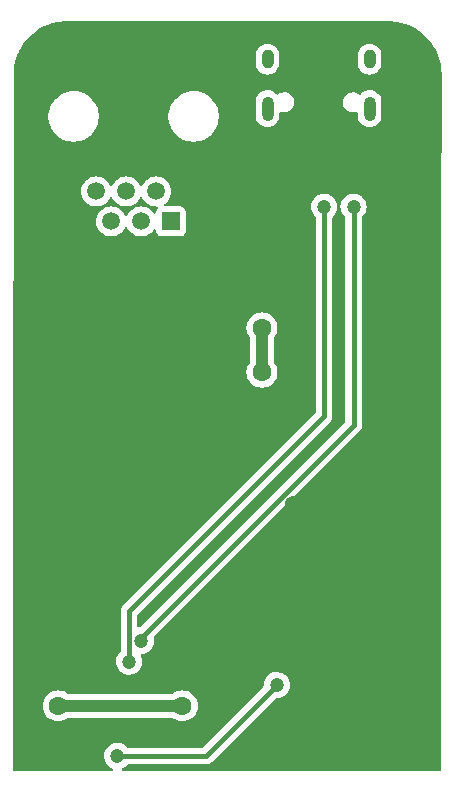
<source format=gbr>
%TF.GenerationSoftware,KiCad,Pcbnew,(6.0.11-0)*%
%TF.CreationDate,2023-12-17T12:15:40+01:00*%
%TF.ProjectId,Layblar_PCB,4c617962-6c61-4725-9f50-43422e6b6963,rev?*%
%TF.SameCoordinates,Original*%
%TF.FileFunction,Copper,L4,Bot*%
%TF.FilePolarity,Positive*%
%FSLAX46Y46*%
G04 Gerber Fmt 4.6, Leading zero omitted, Abs format (unit mm)*
G04 Created by KiCad (PCBNEW (6.0.11-0)) date 2023-12-17 12:15:40*
%MOMM*%
%LPD*%
G01*
G04 APERTURE LIST*
%TA.AperFunction,ComponentPad*%
%ADD10R,1.520000X1.520000*%
%TD*%
%TA.AperFunction,ComponentPad*%
%ADD11C,1.520000*%
%TD*%
%TA.AperFunction,ComponentPad*%
%ADD12O,1.000000X1.600000*%
%TD*%
%TA.AperFunction,ComponentPad*%
%ADD13O,1.000000X2.100000*%
%TD*%
%TA.AperFunction,ViaPad*%
%ADD14C,1.600000*%
%TD*%
%TA.AperFunction,ViaPad*%
%ADD15C,1.200000*%
%TD*%
%TA.AperFunction,Conductor*%
%ADD16C,1.000000*%
%TD*%
%TA.AperFunction,Conductor*%
%ADD17C,0.400000*%
%TD*%
G04 APERTURE END LIST*
D10*
%TO.P,J1,1*%
%TO.N,unconnected-(J1-Pad1)*%
X42057500Y-27240000D03*
D11*
%TO.P,J1,2*%
%TO.N,unconnected-(J1-Pad2)*%
X40787500Y-24700000D03*
%TO.P,J1,3*%
%TO.N,Net-(J1-Pad3)*%
X39517500Y-27240000D03*
%TO.P,J1,4*%
%TO.N,Net-(J1-Pad4)*%
X38247500Y-24700000D03*
%TO.P,J1,5*%
%TO.N,unconnected-(J1-Pad5)*%
X36977500Y-27240000D03*
%TO.P,J1,6*%
%TO.N,unconnected-(J1-Pad6)*%
X35707500Y-24700000D03*
%TD*%
D12*
%TO.P,J2,S1,SHIELD*%
%TO.N,GND*%
X58857500Y-13500000D03*
X50217500Y-13500000D03*
D13*
X58857500Y-17680000D03*
X50217500Y-17680000D03*
%TD*%
D14*
%TO.N,GND*%
X49750000Y-36250000D03*
X49750000Y-40000000D03*
X43000000Y-68250000D03*
X32500000Y-68250000D03*
D15*
%TO.N,D-*%
X57500000Y-26000000D03*
X39500000Y-62750000D03*
%TO.N,D+*%
X55000000Y-26000000D03*
X38500000Y-64500000D03*
D14*
%TO.N,+3.3V*%
X43250000Y-42500000D03*
X56750000Y-66750000D03*
X52500000Y-51250000D03*
X60750000Y-34500000D03*
X48500000Y-59750000D03*
X40500000Y-49250000D03*
D15*
%TO.N,EN*%
X37500000Y-72500000D03*
X51000000Y-66500000D03*
%TD*%
D16*
%TO.N,GND*%
X43000000Y-68250000D02*
X32500000Y-68250000D01*
X49750000Y-40000000D02*
X49750000Y-36250000D01*
D17*
%TO.N,D-*%
X57500000Y-44500000D02*
X39500000Y-62500000D01*
X57500000Y-26000000D02*
X57500000Y-44500000D01*
X39500000Y-62500000D02*
X39500000Y-62750000D01*
%TO.N,D+*%
X55000000Y-26000000D02*
X55000000Y-43750000D01*
X38500000Y-60250000D02*
X38500000Y-64500000D01*
X55000000Y-43750000D02*
X38500000Y-60250000D01*
%TO.N,EN*%
X45000000Y-72500000D02*
X51000000Y-66500000D01*
X37500000Y-72500000D02*
X45000000Y-72500000D01*
%TD*%
%TA.AperFunction,Conductor*%
%TO.N,+3.3V*%
G36*
X60434487Y-10295534D02*
G01*
X60449320Y-10297844D01*
X60449324Y-10297844D01*
X60458193Y-10299225D01*
X60478651Y-10296550D01*
X60500477Y-10295606D01*
X60850434Y-10310883D01*
X60861383Y-10311841D01*
X60987963Y-10328505D01*
X61238965Y-10361548D01*
X61249774Y-10363454D01*
X61411770Y-10399367D01*
X61621578Y-10445880D01*
X61632195Y-10448724D01*
X61862356Y-10521292D01*
X61995417Y-10563245D01*
X62005736Y-10567001D01*
X62181660Y-10639871D01*
X62357578Y-10712738D01*
X62367540Y-10717383D01*
X62705350Y-10893234D01*
X62714870Y-10898731D01*
X63036049Y-11103344D01*
X63045053Y-11109648D01*
X63347192Y-11341486D01*
X63347197Y-11341490D01*
X63355611Y-11348551D01*
X63410937Y-11399247D01*
X63636390Y-11605837D01*
X63644159Y-11613606D01*
X63787551Y-11770091D01*
X63901444Y-11894383D01*
X63908510Y-11902803D01*
X64140352Y-12204947D01*
X64146656Y-12213951D01*
X64351269Y-12535130D01*
X64356766Y-12544650D01*
X64532617Y-12882460D01*
X64537262Y-12892422D01*
X64579927Y-12995425D01*
X64644050Y-13150231D01*
X64682997Y-13244259D01*
X64686757Y-13254589D01*
X64801276Y-13617805D01*
X64804120Y-13628422D01*
X64886545Y-14000223D01*
X64888453Y-14011041D01*
X64938159Y-14388617D01*
X64939117Y-14399566D01*
X64953836Y-14736735D01*
X64954069Y-14742083D01*
X64952689Y-14766962D01*
X64950775Y-14779255D01*
X64953577Y-14800684D01*
X64954877Y-14810628D01*
X64955940Y-14827039D01*
X64947616Y-28211542D01*
X64919374Y-73624078D01*
X64899330Y-73692187D01*
X64845645Y-73738646D01*
X64793374Y-73750000D01*
X38019611Y-73750000D01*
X37951490Y-73729998D01*
X37904997Y-73676342D01*
X37894893Y-73606068D01*
X37924387Y-73541488D01*
X37958045Y-73514066D01*
X38130551Y-73417458D01*
X38287186Y-73287186D01*
X38314845Y-73253929D01*
X38373782Y-73214347D01*
X38411718Y-73208500D01*
X44971088Y-73208500D01*
X44979658Y-73208792D01*
X45029776Y-73212209D01*
X45029780Y-73212209D01*
X45037352Y-73212725D01*
X45044829Y-73211420D01*
X45044830Y-73211420D01*
X45071308Y-73206799D01*
X45100303Y-73201738D01*
X45106821Y-73200777D01*
X45170242Y-73193102D01*
X45177343Y-73190419D01*
X45179952Y-73189778D01*
X45196262Y-73185315D01*
X45198798Y-73184550D01*
X45206284Y-73183243D01*
X45264800Y-73157556D01*
X45270904Y-73155065D01*
X45323548Y-73135173D01*
X45323549Y-73135172D01*
X45330656Y-73132487D01*
X45336919Y-73128183D01*
X45339285Y-73126946D01*
X45354097Y-73118701D01*
X45356351Y-73117368D01*
X45363305Y-73114315D01*
X45414002Y-73075413D01*
X45419332Y-73071541D01*
X45465720Y-73039661D01*
X45465725Y-73039656D01*
X45471981Y-73035357D01*
X45513436Y-72988829D01*
X45518416Y-72983554D01*
X50857627Y-67644343D01*
X50919939Y-67610317D01*
X50951669Y-67607535D01*
X50989888Y-67609036D01*
X51058263Y-67611723D01*
X51259883Y-67582490D01*
X51265347Y-67580635D01*
X51265352Y-67580634D01*
X51447327Y-67518862D01*
X51447332Y-67518860D01*
X51452799Y-67517004D01*
X51630551Y-67417458D01*
X51787186Y-67287186D01*
X51917458Y-67130551D01*
X52017004Y-66952799D01*
X52018860Y-66947332D01*
X52018862Y-66947327D01*
X52080634Y-66765352D01*
X52080635Y-66765347D01*
X52082490Y-66759883D01*
X52111723Y-66558263D01*
X52113249Y-66500000D01*
X52094608Y-66297126D01*
X52039307Y-66101047D01*
X52028680Y-66079496D01*
X51951756Y-65923510D01*
X51949201Y-65918329D01*
X51930796Y-65893681D01*
X51830758Y-65759715D01*
X51830758Y-65759714D01*
X51827305Y-65755091D01*
X51677703Y-65616800D01*
X51620383Y-65580634D01*
X51510288Y-65511169D01*
X51510283Y-65511167D01*
X51505404Y-65508088D01*
X51316180Y-65432595D01*
X51116366Y-65392849D01*
X51110592Y-65392773D01*
X51110588Y-65392773D01*
X51007452Y-65391424D01*
X50912655Y-65390183D01*
X50906958Y-65391162D01*
X50906957Y-65391162D01*
X50717567Y-65423705D01*
X50711870Y-65424684D01*
X50520734Y-65495198D01*
X50515773Y-65498150D01*
X50515772Y-65498150D01*
X50377130Y-65580634D01*
X50345649Y-65599363D01*
X50192478Y-65733690D01*
X50188911Y-65738215D01*
X50188906Y-65738220D01*
X50102331Y-65848040D01*
X50066351Y-65893681D01*
X49971492Y-66073978D01*
X49911078Y-66268543D01*
X49887132Y-66470859D01*
X49887510Y-66476626D01*
X49892012Y-66545318D01*
X49876508Y-66614601D01*
X49855377Y-66642653D01*
X44743435Y-71754595D01*
X44681123Y-71788621D01*
X44654340Y-71791500D01*
X38415476Y-71791500D01*
X38347355Y-71771498D01*
X38327633Y-71754736D01*
X38327305Y-71755091D01*
X38181943Y-71620719D01*
X38181940Y-71620717D01*
X38177703Y-71616800D01*
X38131675Y-71587759D01*
X38010288Y-71511169D01*
X38010283Y-71511167D01*
X38005404Y-71508088D01*
X37816180Y-71432595D01*
X37616366Y-71392849D01*
X37610592Y-71392773D01*
X37610588Y-71392773D01*
X37507452Y-71391424D01*
X37412655Y-71390183D01*
X37406958Y-71391162D01*
X37406957Y-71391162D01*
X37217567Y-71423705D01*
X37211870Y-71424684D01*
X37020734Y-71495198D01*
X36845649Y-71599363D01*
X36692478Y-71733690D01*
X36688911Y-71738215D01*
X36688906Y-71738220D01*
X36646904Y-71791500D01*
X36566351Y-71893681D01*
X36471492Y-72073978D01*
X36411078Y-72268543D01*
X36387132Y-72470859D01*
X36400457Y-72674151D01*
X36450605Y-72871610D01*
X36535898Y-73056624D01*
X36653479Y-73222997D01*
X36799410Y-73365157D01*
X36804206Y-73368362D01*
X36804209Y-73368364D01*
X36872149Y-73413760D01*
X36968803Y-73478342D01*
X36974106Y-73480620D01*
X36974109Y-73480622D01*
X37038374Y-73508232D01*
X37093067Y-73553500D01*
X37114604Y-73621151D01*
X37096147Y-73689707D01*
X37043556Y-73737401D01*
X36988636Y-73750000D01*
X28812374Y-73750000D01*
X28744253Y-73729998D01*
X28697760Y-73676342D01*
X28686375Y-73623926D01*
X28689717Y-68250000D01*
X31186502Y-68250000D01*
X31206457Y-68478087D01*
X31265716Y-68699243D01*
X31268039Y-68704224D01*
X31268039Y-68704225D01*
X31360151Y-68901762D01*
X31360154Y-68901767D01*
X31362477Y-68906749D01*
X31493802Y-69094300D01*
X31655700Y-69256198D01*
X31660208Y-69259355D01*
X31660211Y-69259357D01*
X31738389Y-69314098D01*
X31843251Y-69387523D01*
X31848233Y-69389846D01*
X31848238Y-69389849D01*
X32045775Y-69481961D01*
X32050757Y-69484284D01*
X32056065Y-69485706D01*
X32056067Y-69485707D01*
X32266598Y-69542119D01*
X32266600Y-69542119D01*
X32271913Y-69543543D01*
X32500000Y-69563498D01*
X32728087Y-69543543D01*
X32733400Y-69542119D01*
X32733402Y-69542119D01*
X32943933Y-69485707D01*
X32943935Y-69485706D01*
X32949243Y-69484284D01*
X32954225Y-69481961D01*
X33151762Y-69389849D01*
X33151767Y-69389846D01*
X33156749Y-69387523D01*
X33308469Y-69281287D01*
X33380740Y-69258500D01*
X42119260Y-69258500D01*
X42191531Y-69281287D01*
X42343251Y-69387523D01*
X42348233Y-69389846D01*
X42348238Y-69389849D01*
X42545775Y-69481961D01*
X42550757Y-69484284D01*
X42556065Y-69485706D01*
X42556067Y-69485707D01*
X42766598Y-69542119D01*
X42766600Y-69542119D01*
X42771913Y-69543543D01*
X43000000Y-69563498D01*
X43228087Y-69543543D01*
X43233400Y-69542119D01*
X43233402Y-69542119D01*
X43443933Y-69485707D01*
X43443935Y-69485706D01*
X43449243Y-69484284D01*
X43454225Y-69481961D01*
X43651762Y-69389849D01*
X43651767Y-69389846D01*
X43656749Y-69387523D01*
X43761611Y-69314098D01*
X43839789Y-69259357D01*
X43839792Y-69259355D01*
X43844300Y-69256198D01*
X44006198Y-69094300D01*
X44137523Y-68906749D01*
X44139846Y-68901767D01*
X44139849Y-68901762D01*
X44231961Y-68704225D01*
X44231961Y-68704224D01*
X44234284Y-68699243D01*
X44293543Y-68478087D01*
X44313498Y-68250000D01*
X44293543Y-68021913D01*
X44234284Y-67800757D01*
X44231961Y-67795775D01*
X44139849Y-67598238D01*
X44139846Y-67598233D01*
X44137523Y-67593251D01*
X44006198Y-67405700D01*
X43844300Y-67243802D01*
X43839792Y-67240645D01*
X43839789Y-67240643D01*
X43761611Y-67185902D01*
X43656749Y-67112477D01*
X43651767Y-67110154D01*
X43651762Y-67110151D01*
X43454225Y-67018039D01*
X43454224Y-67018039D01*
X43449243Y-67015716D01*
X43443935Y-67014294D01*
X43443933Y-67014293D01*
X43233402Y-66957881D01*
X43233400Y-66957881D01*
X43228087Y-66956457D01*
X43000000Y-66936502D01*
X42771913Y-66956457D01*
X42766600Y-66957881D01*
X42766598Y-66957881D01*
X42556067Y-67014293D01*
X42556065Y-67014294D01*
X42550757Y-67015716D01*
X42545776Y-67018039D01*
X42545775Y-67018039D01*
X42348238Y-67110151D01*
X42348233Y-67110154D01*
X42343251Y-67112477D01*
X42200708Y-67212287D01*
X42191531Y-67218713D01*
X42119260Y-67241500D01*
X33380740Y-67241500D01*
X33308469Y-67218713D01*
X33299292Y-67212287D01*
X33156749Y-67112477D01*
X33151767Y-67110154D01*
X33151762Y-67110151D01*
X32954225Y-67018039D01*
X32954224Y-67018039D01*
X32949243Y-67015716D01*
X32943935Y-67014294D01*
X32943933Y-67014293D01*
X32733402Y-66957881D01*
X32733400Y-66957881D01*
X32728087Y-66956457D01*
X32500000Y-66936502D01*
X32271913Y-66956457D01*
X32266600Y-66957881D01*
X32266598Y-66957881D01*
X32056067Y-67014293D01*
X32056065Y-67014294D01*
X32050757Y-67015716D01*
X32045776Y-67018039D01*
X32045775Y-67018039D01*
X31848238Y-67110151D01*
X31848233Y-67110154D01*
X31843251Y-67112477D01*
X31738389Y-67185902D01*
X31660211Y-67240643D01*
X31660208Y-67240645D01*
X31655700Y-67243802D01*
X31493802Y-67405700D01*
X31362477Y-67593251D01*
X31360154Y-67598233D01*
X31360151Y-67598238D01*
X31268039Y-67795775D01*
X31265716Y-67800757D01*
X31206457Y-68021913D01*
X31186502Y-68250000D01*
X28689717Y-68250000D01*
X28692067Y-64470859D01*
X37387132Y-64470859D01*
X37400457Y-64674151D01*
X37450605Y-64871610D01*
X37535898Y-65056624D01*
X37653479Y-65222997D01*
X37799410Y-65365157D01*
X37804206Y-65368362D01*
X37804209Y-65368364D01*
X37942264Y-65460609D01*
X37968803Y-65478342D01*
X37974106Y-65480620D01*
X37974109Y-65480622D01*
X38063115Y-65518862D01*
X38155987Y-65558763D01*
X38228817Y-65575243D01*
X38349055Y-65602450D01*
X38349060Y-65602451D01*
X38354692Y-65603725D01*
X38360463Y-65603952D01*
X38360465Y-65603952D01*
X38423470Y-65606427D01*
X38558263Y-65611723D01*
X38759883Y-65582490D01*
X38765347Y-65580635D01*
X38765352Y-65580634D01*
X38947327Y-65518862D01*
X38947332Y-65518860D01*
X38952799Y-65517004D01*
X38991737Y-65495198D01*
X39099697Y-65434737D01*
X39130551Y-65417458D01*
X39287186Y-65287186D01*
X39417458Y-65130551D01*
X39517004Y-64952799D01*
X39518860Y-64947332D01*
X39518862Y-64947327D01*
X39580634Y-64765352D01*
X39580635Y-64765347D01*
X39582490Y-64759883D01*
X39611723Y-64558263D01*
X39613249Y-64500000D01*
X39594608Y-64297126D01*
X39539307Y-64101047D01*
X39536754Y-64095871D01*
X39536751Y-64095862D01*
X39507130Y-64035796D01*
X39494940Y-63965854D01*
X39522500Y-63900425D01*
X39581058Y-63860282D01*
X39602054Y-63855374D01*
X39667058Y-63845949D01*
X39754168Y-63833319D01*
X39754172Y-63833318D01*
X39759883Y-63832490D01*
X39765347Y-63830635D01*
X39765352Y-63830634D01*
X39947327Y-63768862D01*
X39947332Y-63768860D01*
X39952799Y-63767004D01*
X40130551Y-63667458D01*
X40287186Y-63537186D01*
X40417458Y-63380551D01*
X40517004Y-63202799D01*
X40518860Y-63197332D01*
X40518862Y-63197327D01*
X40580634Y-63015352D01*
X40580635Y-63015347D01*
X40582490Y-63009883D01*
X40611723Y-62808263D01*
X40613249Y-62750000D01*
X40594608Y-62547126D01*
X40583907Y-62509184D01*
X40584668Y-62438191D01*
X40616082Y-62385888D01*
X57980528Y-45021443D01*
X57986793Y-45015589D01*
X58024664Y-44982552D01*
X58024665Y-44982551D01*
X58030385Y-44977561D01*
X58067136Y-44925271D01*
X58071028Y-44920029D01*
X58110476Y-44869718D01*
X58113600Y-44862799D01*
X58114988Y-44860507D01*
X58123357Y-44845835D01*
X58124622Y-44843475D01*
X58128990Y-44837261D01*
X58152203Y-44777723D01*
X58154759Y-44771642D01*
X58177918Y-44720352D01*
X58181045Y-44713427D01*
X58182430Y-44705954D01*
X58183234Y-44703388D01*
X58187855Y-44687165D01*
X58188520Y-44684573D01*
X58191282Y-44677491D01*
X58199622Y-44614139D01*
X58200654Y-44607623D01*
X58210911Y-44552281D01*
X58212295Y-44544814D01*
X58208709Y-44482620D01*
X58208500Y-44475367D01*
X58208500Y-26911718D01*
X58228502Y-26843597D01*
X58253928Y-26814846D01*
X58287186Y-26787186D01*
X58417458Y-26630551D01*
X58517004Y-26452799D01*
X58518860Y-26447332D01*
X58518862Y-26447327D01*
X58580634Y-26265352D01*
X58580635Y-26265347D01*
X58582490Y-26259883D01*
X58611723Y-26058263D01*
X58613249Y-26000000D01*
X58597405Y-25827568D01*
X58595137Y-25802880D01*
X58595136Y-25802877D01*
X58594608Y-25797126D01*
X58539307Y-25601047D01*
X58528680Y-25579496D01*
X58451756Y-25423510D01*
X58449201Y-25418329D01*
X58430796Y-25393681D01*
X58330758Y-25259715D01*
X58330758Y-25259714D01*
X58327305Y-25255091D01*
X58203333Y-25140492D01*
X58181943Y-25120719D01*
X58181940Y-25120717D01*
X58177703Y-25116800D01*
X58131675Y-25087759D01*
X58010288Y-25011169D01*
X58010283Y-25011167D01*
X58005404Y-25008088D01*
X57816180Y-24932595D01*
X57616366Y-24892849D01*
X57610592Y-24892773D01*
X57610588Y-24892773D01*
X57507452Y-24891424D01*
X57412655Y-24890183D01*
X57406958Y-24891162D01*
X57406957Y-24891162D01*
X57264538Y-24915634D01*
X57211870Y-24924684D01*
X57020734Y-24995198D01*
X56845649Y-25099363D01*
X56692478Y-25233690D01*
X56688911Y-25238215D01*
X56688906Y-25238220D01*
X56615225Y-25331685D01*
X56566351Y-25393681D01*
X56471492Y-25573978D01*
X56411078Y-25768543D01*
X56387132Y-25970859D01*
X56400457Y-26174151D01*
X56450605Y-26371610D01*
X56535898Y-26556624D01*
X56653479Y-26722997D01*
X56657613Y-26727024D01*
X56753422Y-26820357D01*
X56788259Y-26882218D01*
X56791500Y-26910611D01*
X56791500Y-44154340D01*
X56771498Y-44222461D01*
X56754595Y-44243435D01*
X39423595Y-61574435D01*
X39361283Y-61608461D01*
X39290468Y-61603396D01*
X39233632Y-61560849D01*
X39208821Y-61494329D01*
X39208500Y-61485340D01*
X39208500Y-60595660D01*
X39228502Y-60527539D01*
X39245405Y-60506565D01*
X55480520Y-44271450D01*
X55486785Y-44265596D01*
X55524660Y-44232555D01*
X55530385Y-44227561D01*
X55567114Y-44175300D01*
X55571046Y-44170005D01*
X55605791Y-44125694D01*
X55610477Y-44119718D01*
X55613602Y-44112796D01*
X55614964Y-44110548D01*
X55623368Y-44095815D01*
X55624622Y-44093476D01*
X55628990Y-44087261D01*
X55631749Y-44080185D01*
X55631751Y-44080181D01*
X55652200Y-44027731D01*
X55654749Y-44021666D01*
X55681045Y-43963427D01*
X55682429Y-43955962D01*
X55683226Y-43953418D01*
X55687859Y-43937152D01*
X55688521Y-43934572D01*
X55691282Y-43927491D01*
X55699622Y-43864143D01*
X55700653Y-43857629D01*
X55712296Y-43794813D01*
X55708709Y-43732607D01*
X55708500Y-43725353D01*
X55708500Y-26911718D01*
X55728502Y-26843597D01*
X55753928Y-26814846D01*
X55787186Y-26787186D01*
X55917458Y-26630551D01*
X56017004Y-26452799D01*
X56018860Y-26447332D01*
X56018862Y-26447327D01*
X56080634Y-26265352D01*
X56080635Y-26265347D01*
X56082490Y-26259883D01*
X56111723Y-26058263D01*
X56113249Y-26000000D01*
X56097405Y-25827568D01*
X56095137Y-25802880D01*
X56095136Y-25802877D01*
X56094608Y-25797126D01*
X56039307Y-25601047D01*
X56028680Y-25579496D01*
X55951756Y-25423510D01*
X55949201Y-25418329D01*
X55930796Y-25393681D01*
X55830758Y-25259715D01*
X55830758Y-25259714D01*
X55827305Y-25255091D01*
X55703333Y-25140492D01*
X55681943Y-25120719D01*
X55681940Y-25120717D01*
X55677703Y-25116800D01*
X55631675Y-25087759D01*
X55510288Y-25011169D01*
X55510283Y-25011167D01*
X55505404Y-25008088D01*
X55316180Y-24932595D01*
X55116366Y-24892849D01*
X55110592Y-24892773D01*
X55110588Y-24892773D01*
X55007452Y-24891424D01*
X54912655Y-24890183D01*
X54906958Y-24891162D01*
X54906957Y-24891162D01*
X54764538Y-24915634D01*
X54711870Y-24924684D01*
X54520734Y-24995198D01*
X54345649Y-25099363D01*
X54192478Y-25233690D01*
X54188911Y-25238215D01*
X54188906Y-25238220D01*
X54115225Y-25331685D01*
X54066351Y-25393681D01*
X53971492Y-25573978D01*
X53911078Y-25768543D01*
X53887132Y-25970859D01*
X53900457Y-26174151D01*
X53950605Y-26371610D01*
X54035898Y-26556624D01*
X54153479Y-26722997D01*
X54157613Y-26727024D01*
X54253422Y-26820357D01*
X54288259Y-26882218D01*
X54291500Y-26910611D01*
X54291500Y-43404340D01*
X54271498Y-43472461D01*
X54254595Y-43493435D01*
X38019480Y-59728550D01*
X38013215Y-59734404D01*
X37969615Y-59772439D01*
X37965248Y-59778653D01*
X37932872Y-59824719D01*
X37928939Y-59830014D01*
X37889524Y-59880282D01*
X37886401Y-59887198D01*
X37885017Y-59889484D01*
X37876643Y-59904165D01*
X37875378Y-59906525D01*
X37871010Y-59912739D01*
X37868250Y-59919818D01*
X37868249Y-59919820D01*
X37847798Y-59972275D01*
X37845247Y-59978344D01*
X37818955Y-60036573D01*
X37817571Y-60044040D01*
X37816770Y-60046595D01*
X37812141Y-60062848D01*
X37811478Y-60065428D01*
X37808718Y-60072509D01*
X37807727Y-60080040D01*
X37807726Y-60080042D01*
X37800379Y-60135852D01*
X37799348Y-60142359D01*
X37787704Y-60205186D01*
X37788141Y-60212766D01*
X37788141Y-60212767D01*
X37791291Y-60267392D01*
X37791500Y-60274646D01*
X37791500Y-63589760D01*
X37771498Y-63657881D01*
X37748577Y-63684492D01*
X37696824Y-63729878D01*
X37696820Y-63729882D01*
X37692478Y-63733690D01*
X37566351Y-63893681D01*
X37563662Y-63898792D01*
X37563660Y-63898795D01*
X37553383Y-63918329D01*
X37471492Y-64073978D01*
X37411078Y-64268543D01*
X37387132Y-64470859D01*
X28692067Y-64470859D01*
X28707286Y-40000000D01*
X48436502Y-40000000D01*
X48456457Y-40228087D01*
X48515716Y-40449243D01*
X48518039Y-40454224D01*
X48518039Y-40454225D01*
X48610151Y-40651762D01*
X48610154Y-40651767D01*
X48612477Y-40656749D01*
X48743802Y-40844300D01*
X48905700Y-41006198D01*
X48910208Y-41009355D01*
X48910211Y-41009357D01*
X48988389Y-41064098D01*
X49093251Y-41137523D01*
X49098233Y-41139846D01*
X49098238Y-41139849D01*
X49295775Y-41231961D01*
X49300757Y-41234284D01*
X49306065Y-41235706D01*
X49306067Y-41235707D01*
X49516598Y-41292119D01*
X49516600Y-41292119D01*
X49521913Y-41293543D01*
X49750000Y-41313498D01*
X49978087Y-41293543D01*
X49983400Y-41292119D01*
X49983402Y-41292119D01*
X50193933Y-41235707D01*
X50193935Y-41235706D01*
X50199243Y-41234284D01*
X50204225Y-41231961D01*
X50401762Y-41139849D01*
X50401767Y-41139846D01*
X50406749Y-41137523D01*
X50511611Y-41064098D01*
X50589789Y-41009357D01*
X50589792Y-41009355D01*
X50594300Y-41006198D01*
X50756198Y-40844300D01*
X50887523Y-40656749D01*
X50889846Y-40651767D01*
X50889849Y-40651762D01*
X50981961Y-40454225D01*
X50981961Y-40454224D01*
X50984284Y-40449243D01*
X51043543Y-40228087D01*
X51063498Y-40000000D01*
X51043543Y-39771913D01*
X50984284Y-39550757D01*
X50981961Y-39545775D01*
X50889849Y-39348238D01*
X50889846Y-39348233D01*
X50887523Y-39343251D01*
X50781287Y-39191531D01*
X50758500Y-39119260D01*
X50758500Y-37130740D01*
X50781287Y-37058469D01*
X50884366Y-36911257D01*
X50887523Y-36906749D01*
X50889846Y-36901767D01*
X50889849Y-36901762D01*
X50981961Y-36704225D01*
X50981961Y-36704224D01*
X50984284Y-36699243D01*
X51043543Y-36478087D01*
X51063498Y-36250000D01*
X51043543Y-36021913D01*
X50984284Y-35800757D01*
X50981961Y-35795775D01*
X50889849Y-35598238D01*
X50889846Y-35598233D01*
X50887523Y-35593251D01*
X50756198Y-35405700D01*
X50594300Y-35243802D01*
X50589792Y-35240645D01*
X50589789Y-35240643D01*
X50511611Y-35185902D01*
X50406749Y-35112477D01*
X50401767Y-35110154D01*
X50401762Y-35110151D01*
X50204225Y-35018039D01*
X50204224Y-35018039D01*
X50199243Y-35015716D01*
X50193935Y-35014294D01*
X50193933Y-35014293D01*
X49983402Y-34957881D01*
X49983400Y-34957881D01*
X49978087Y-34956457D01*
X49750000Y-34936502D01*
X49521913Y-34956457D01*
X49516600Y-34957881D01*
X49516598Y-34957881D01*
X49306067Y-35014293D01*
X49306065Y-35014294D01*
X49300757Y-35015716D01*
X49295776Y-35018039D01*
X49295775Y-35018039D01*
X49098238Y-35110151D01*
X49098233Y-35110154D01*
X49093251Y-35112477D01*
X48988389Y-35185902D01*
X48910211Y-35240643D01*
X48910208Y-35240645D01*
X48905700Y-35243802D01*
X48743802Y-35405700D01*
X48612477Y-35593251D01*
X48610154Y-35598233D01*
X48610151Y-35598238D01*
X48518039Y-35795775D01*
X48515716Y-35800757D01*
X48456457Y-36021913D01*
X48436502Y-36250000D01*
X48456457Y-36478087D01*
X48515716Y-36699243D01*
X48518039Y-36704224D01*
X48518039Y-36704225D01*
X48610151Y-36901762D01*
X48610154Y-36901767D01*
X48612477Y-36906749D01*
X48615634Y-36911257D01*
X48718713Y-37058469D01*
X48741500Y-37130740D01*
X48741500Y-39119260D01*
X48718713Y-39191531D01*
X48612477Y-39343251D01*
X48610154Y-39348233D01*
X48610151Y-39348238D01*
X48518039Y-39545775D01*
X48515716Y-39550757D01*
X48456457Y-39771913D01*
X48436502Y-40000000D01*
X28707286Y-40000000D01*
X28716801Y-24700000D01*
X34434155Y-24700000D01*
X34453500Y-24921114D01*
X34454924Y-24926427D01*
X34454924Y-24926429D01*
X34505934Y-25116800D01*
X34510947Y-25135510D01*
X34513269Y-25140490D01*
X34513270Y-25140492D01*
X34602425Y-25331685D01*
X34602428Y-25331690D01*
X34604751Y-25336672D01*
X34607907Y-25341179D01*
X34607908Y-25341181D01*
X34661928Y-25418329D01*
X34732061Y-25518490D01*
X34889010Y-25675439D01*
X34893518Y-25678596D01*
X34893521Y-25678598D01*
X34969187Y-25731580D01*
X35070827Y-25802749D01*
X35075809Y-25805072D01*
X35075814Y-25805075D01*
X35124051Y-25827568D01*
X35271990Y-25896553D01*
X35277298Y-25897975D01*
X35277300Y-25897976D01*
X35481071Y-25952576D01*
X35481073Y-25952576D01*
X35486386Y-25954000D01*
X35707500Y-25973345D01*
X35928614Y-25954000D01*
X35933927Y-25952576D01*
X35933929Y-25952576D01*
X36137700Y-25897976D01*
X36137702Y-25897975D01*
X36143010Y-25896553D01*
X36290949Y-25827568D01*
X36339186Y-25805075D01*
X36339191Y-25805072D01*
X36344173Y-25802749D01*
X36445813Y-25731580D01*
X36521479Y-25678598D01*
X36521482Y-25678596D01*
X36525990Y-25675439D01*
X36682939Y-25518490D01*
X36753073Y-25418329D01*
X36807092Y-25341181D01*
X36807093Y-25341179D01*
X36810249Y-25336672D01*
X36812572Y-25331690D01*
X36812575Y-25331685D01*
X36863305Y-25222894D01*
X36910223Y-25169609D01*
X36978500Y-25150148D01*
X37046460Y-25170690D01*
X37091695Y-25222894D01*
X37142425Y-25331685D01*
X37142428Y-25331690D01*
X37144751Y-25336672D01*
X37147907Y-25341179D01*
X37147908Y-25341181D01*
X37201928Y-25418329D01*
X37272061Y-25518490D01*
X37429010Y-25675439D01*
X37433518Y-25678596D01*
X37433521Y-25678598D01*
X37509187Y-25731580D01*
X37610827Y-25802749D01*
X37615809Y-25805072D01*
X37615814Y-25805075D01*
X37664051Y-25827568D01*
X37811990Y-25896553D01*
X37817298Y-25897975D01*
X37817300Y-25897976D01*
X38021071Y-25952576D01*
X38021073Y-25952576D01*
X38026386Y-25954000D01*
X38247500Y-25973345D01*
X38468614Y-25954000D01*
X38473927Y-25952576D01*
X38473929Y-25952576D01*
X38677700Y-25897976D01*
X38677702Y-25897975D01*
X38683010Y-25896553D01*
X38830949Y-25827568D01*
X38879186Y-25805075D01*
X38879191Y-25805072D01*
X38884173Y-25802749D01*
X38985813Y-25731580D01*
X39061479Y-25678598D01*
X39061482Y-25678596D01*
X39065990Y-25675439D01*
X39222939Y-25518490D01*
X39293073Y-25418329D01*
X39347092Y-25341181D01*
X39347093Y-25341179D01*
X39350249Y-25336672D01*
X39352572Y-25331690D01*
X39352575Y-25331685D01*
X39403305Y-25222894D01*
X39450223Y-25169609D01*
X39518500Y-25150148D01*
X39586460Y-25170690D01*
X39631695Y-25222894D01*
X39682425Y-25331685D01*
X39682428Y-25331690D01*
X39684751Y-25336672D01*
X39687907Y-25341179D01*
X39687908Y-25341181D01*
X39741928Y-25418329D01*
X39812061Y-25518490D01*
X39969010Y-25675439D01*
X39973518Y-25678596D01*
X39973521Y-25678598D01*
X40049187Y-25731580D01*
X40150827Y-25802749D01*
X40155809Y-25805072D01*
X40155814Y-25805075D01*
X40204051Y-25827568D01*
X40351990Y-25896553D01*
X40357298Y-25897975D01*
X40357300Y-25897976D01*
X40561071Y-25952576D01*
X40561073Y-25952576D01*
X40566386Y-25954000D01*
X40781444Y-25972815D01*
X40782025Y-25972866D01*
X40787500Y-25973345D01*
X40790818Y-25973055D01*
X40858296Y-25992868D01*
X40904789Y-26046524D01*
X40914893Y-26116798D01*
X40891001Y-26174431D01*
X40852271Y-26226108D01*
X40852270Y-26226110D01*
X40846885Y-26233295D01*
X40795755Y-26369684D01*
X40789000Y-26431866D01*
X40789000Y-26444708D01*
X40768998Y-26512829D01*
X40715342Y-26559322D01*
X40645068Y-26569426D01*
X40580488Y-26539932D01*
X40559787Y-26516979D01*
X40496098Y-26426021D01*
X40496096Y-26426018D01*
X40492939Y-26421510D01*
X40335990Y-26264561D01*
X40331482Y-26261404D01*
X40331479Y-26261402D01*
X40207271Y-26174431D01*
X40154173Y-26137251D01*
X40149191Y-26134928D01*
X40149186Y-26134925D01*
X39957992Y-26045770D01*
X39957991Y-26045769D01*
X39953010Y-26043447D01*
X39947702Y-26042025D01*
X39947700Y-26042024D01*
X39743929Y-25987424D01*
X39743927Y-25987424D01*
X39738614Y-25986000D01*
X39517500Y-25966655D01*
X39296386Y-25986000D01*
X39291073Y-25987424D01*
X39291071Y-25987424D01*
X39087300Y-26042024D01*
X39087298Y-26042025D01*
X39081990Y-26043447D01*
X39077010Y-26045769D01*
X39077008Y-26045770D01*
X38885815Y-26134925D01*
X38885810Y-26134928D01*
X38880828Y-26137251D01*
X38876321Y-26140407D01*
X38876319Y-26140408D01*
X38703521Y-26261402D01*
X38703518Y-26261404D01*
X38699010Y-26264561D01*
X38542061Y-26421510D01*
X38538904Y-26426018D01*
X38538902Y-26426021D01*
X38520152Y-26452799D01*
X38414751Y-26603328D01*
X38412428Y-26608310D01*
X38412425Y-26608315D01*
X38361695Y-26717106D01*
X38314777Y-26770391D01*
X38246500Y-26789852D01*
X38178540Y-26769310D01*
X38133305Y-26717106D01*
X38082575Y-26608315D01*
X38082572Y-26608310D01*
X38080249Y-26603328D01*
X37974848Y-26452799D01*
X37956098Y-26426021D01*
X37956096Y-26426018D01*
X37952939Y-26421510D01*
X37795990Y-26264561D01*
X37791482Y-26261404D01*
X37791479Y-26261402D01*
X37667271Y-26174431D01*
X37614173Y-26137251D01*
X37609191Y-26134928D01*
X37609186Y-26134925D01*
X37417992Y-26045770D01*
X37417991Y-26045769D01*
X37413010Y-26043447D01*
X37407702Y-26042025D01*
X37407700Y-26042024D01*
X37203929Y-25987424D01*
X37203927Y-25987424D01*
X37198614Y-25986000D01*
X36977500Y-25966655D01*
X36756386Y-25986000D01*
X36751073Y-25987424D01*
X36751071Y-25987424D01*
X36547300Y-26042024D01*
X36547298Y-26042025D01*
X36541990Y-26043447D01*
X36537010Y-26045769D01*
X36537008Y-26045770D01*
X36345815Y-26134925D01*
X36345810Y-26134928D01*
X36340828Y-26137251D01*
X36336321Y-26140407D01*
X36336319Y-26140408D01*
X36163521Y-26261402D01*
X36163518Y-26261404D01*
X36159010Y-26264561D01*
X36002061Y-26421510D01*
X35998904Y-26426018D01*
X35998902Y-26426021D01*
X35980152Y-26452799D01*
X35874751Y-26603328D01*
X35872428Y-26608310D01*
X35872425Y-26608315D01*
X35789016Y-26787186D01*
X35780947Y-26804490D01*
X35779525Y-26809798D01*
X35779524Y-26809800D01*
X35766756Y-26857451D01*
X35723500Y-27018886D01*
X35704155Y-27240000D01*
X35723500Y-27461114D01*
X35780947Y-27675510D01*
X35783269Y-27680490D01*
X35783270Y-27680492D01*
X35872425Y-27871685D01*
X35872428Y-27871690D01*
X35874751Y-27876672D01*
X35877907Y-27881179D01*
X35877908Y-27881181D01*
X35994810Y-28048134D01*
X36002061Y-28058490D01*
X36159010Y-28215439D01*
X36163518Y-28218596D01*
X36163521Y-28218598D01*
X36203662Y-28246705D01*
X36340827Y-28342749D01*
X36345809Y-28345072D01*
X36345814Y-28345075D01*
X36537008Y-28434230D01*
X36541990Y-28436553D01*
X36547298Y-28437975D01*
X36547300Y-28437976D01*
X36751071Y-28492576D01*
X36751073Y-28492576D01*
X36756386Y-28494000D01*
X36977500Y-28513345D01*
X37198614Y-28494000D01*
X37203927Y-28492576D01*
X37203929Y-28492576D01*
X37407700Y-28437976D01*
X37407702Y-28437975D01*
X37413010Y-28436553D01*
X37417992Y-28434230D01*
X37609186Y-28345075D01*
X37609191Y-28345072D01*
X37614173Y-28342749D01*
X37751338Y-28246705D01*
X37791479Y-28218598D01*
X37791482Y-28218596D01*
X37795990Y-28215439D01*
X37952939Y-28058490D01*
X37960191Y-28048134D01*
X38077092Y-27881181D01*
X38077093Y-27881179D01*
X38080249Y-27876672D01*
X38082572Y-27871690D01*
X38082575Y-27871685D01*
X38133305Y-27762894D01*
X38180223Y-27709609D01*
X38248500Y-27690148D01*
X38316460Y-27710690D01*
X38361695Y-27762894D01*
X38412425Y-27871685D01*
X38412428Y-27871690D01*
X38414751Y-27876672D01*
X38417907Y-27881179D01*
X38417908Y-27881181D01*
X38534810Y-28048134D01*
X38542061Y-28058490D01*
X38699010Y-28215439D01*
X38703518Y-28218596D01*
X38703521Y-28218598D01*
X38743662Y-28246705D01*
X38880827Y-28342749D01*
X38885809Y-28345072D01*
X38885814Y-28345075D01*
X39077008Y-28434230D01*
X39081990Y-28436553D01*
X39087298Y-28437975D01*
X39087300Y-28437976D01*
X39291071Y-28492576D01*
X39291073Y-28492576D01*
X39296386Y-28494000D01*
X39517500Y-28513345D01*
X39738614Y-28494000D01*
X39743927Y-28492576D01*
X39743929Y-28492576D01*
X39947700Y-28437976D01*
X39947702Y-28437975D01*
X39953010Y-28436553D01*
X39957992Y-28434230D01*
X40149186Y-28345075D01*
X40149191Y-28345072D01*
X40154173Y-28342749D01*
X40291338Y-28246705D01*
X40331479Y-28218598D01*
X40331482Y-28218596D01*
X40335990Y-28215439D01*
X40492939Y-28058490D01*
X40500191Y-28048134D01*
X40559787Y-27963021D01*
X40615244Y-27918693D01*
X40685863Y-27911384D01*
X40749224Y-27943415D01*
X40785209Y-28004616D01*
X40789000Y-28035292D01*
X40789000Y-28048134D01*
X40795755Y-28110316D01*
X40846885Y-28246705D01*
X40934239Y-28363261D01*
X41050795Y-28450615D01*
X41187184Y-28501745D01*
X41249366Y-28508500D01*
X42865634Y-28508500D01*
X42927816Y-28501745D01*
X43064205Y-28450615D01*
X43180761Y-28363261D01*
X43268115Y-28246705D01*
X43319245Y-28110316D01*
X43326000Y-28048134D01*
X43326000Y-26431866D01*
X43319245Y-26369684D01*
X43268115Y-26233295D01*
X43180761Y-26116739D01*
X43064205Y-26029385D01*
X42927816Y-25978255D01*
X42865634Y-25971500D01*
X41582792Y-25971500D01*
X41514671Y-25951498D01*
X41468178Y-25897842D01*
X41458074Y-25827568D01*
X41487568Y-25762988D01*
X41510521Y-25742287D01*
X41601479Y-25678598D01*
X41601482Y-25678596D01*
X41605990Y-25675439D01*
X41762939Y-25518490D01*
X41833073Y-25418329D01*
X41887092Y-25341181D01*
X41887093Y-25341179D01*
X41890249Y-25336672D01*
X41892572Y-25331690D01*
X41892575Y-25331685D01*
X41981730Y-25140492D01*
X41981731Y-25140490D01*
X41984053Y-25135510D01*
X41989067Y-25116800D01*
X42040076Y-24926429D01*
X42040076Y-24926427D01*
X42041500Y-24921114D01*
X42060845Y-24700000D01*
X42041500Y-24478886D01*
X41984053Y-24264490D01*
X41943305Y-24177106D01*
X41892575Y-24068315D01*
X41892572Y-24068310D01*
X41890249Y-24063328D01*
X41762939Y-23881510D01*
X41605990Y-23724561D01*
X41601482Y-23721404D01*
X41601479Y-23721402D01*
X41525813Y-23668420D01*
X41424173Y-23597251D01*
X41419191Y-23594928D01*
X41419186Y-23594925D01*
X41227992Y-23505770D01*
X41227991Y-23505769D01*
X41223010Y-23503447D01*
X41217702Y-23502025D01*
X41217700Y-23502024D01*
X41013929Y-23447424D01*
X41013927Y-23447424D01*
X41008614Y-23446000D01*
X40787500Y-23426655D01*
X40566386Y-23446000D01*
X40561073Y-23447424D01*
X40561071Y-23447424D01*
X40357300Y-23502024D01*
X40357298Y-23502025D01*
X40351990Y-23503447D01*
X40347010Y-23505769D01*
X40347008Y-23505770D01*
X40155815Y-23594925D01*
X40155810Y-23594928D01*
X40150828Y-23597251D01*
X40146321Y-23600407D01*
X40146319Y-23600408D01*
X39973521Y-23721402D01*
X39973518Y-23721404D01*
X39969010Y-23724561D01*
X39812061Y-23881510D01*
X39684751Y-24063328D01*
X39682428Y-24068310D01*
X39682425Y-24068315D01*
X39631695Y-24177106D01*
X39584777Y-24230391D01*
X39516500Y-24249852D01*
X39448540Y-24229310D01*
X39403305Y-24177106D01*
X39352575Y-24068315D01*
X39352572Y-24068310D01*
X39350249Y-24063328D01*
X39222939Y-23881510D01*
X39065990Y-23724561D01*
X39061482Y-23721404D01*
X39061479Y-23721402D01*
X38985813Y-23668420D01*
X38884173Y-23597251D01*
X38879191Y-23594928D01*
X38879186Y-23594925D01*
X38687992Y-23505770D01*
X38687991Y-23505769D01*
X38683010Y-23503447D01*
X38677702Y-23502025D01*
X38677700Y-23502024D01*
X38473929Y-23447424D01*
X38473927Y-23447424D01*
X38468614Y-23446000D01*
X38247500Y-23426655D01*
X38026386Y-23446000D01*
X38021073Y-23447424D01*
X38021071Y-23447424D01*
X37817300Y-23502024D01*
X37817298Y-23502025D01*
X37811990Y-23503447D01*
X37807010Y-23505769D01*
X37807008Y-23505770D01*
X37615815Y-23594925D01*
X37615810Y-23594928D01*
X37610828Y-23597251D01*
X37606321Y-23600407D01*
X37606319Y-23600408D01*
X37433521Y-23721402D01*
X37433518Y-23721404D01*
X37429010Y-23724561D01*
X37272061Y-23881510D01*
X37144751Y-24063328D01*
X37142428Y-24068310D01*
X37142425Y-24068315D01*
X37091695Y-24177106D01*
X37044777Y-24230391D01*
X36976500Y-24249852D01*
X36908540Y-24229310D01*
X36863305Y-24177106D01*
X36812575Y-24068315D01*
X36812572Y-24068310D01*
X36810249Y-24063328D01*
X36682939Y-23881510D01*
X36525990Y-23724561D01*
X36521482Y-23721404D01*
X36521479Y-23721402D01*
X36445813Y-23668420D01*
X36344173Y-23597251D01*
X36339191Y-23594928D01*
X36339186Y-23594925D01*
X36147992Y-23505770D01*
X36147991Y-23505769D01*
X36143010Y-23503447D01*
X36137702Y-23502025D01*
X36137700Y-23502024D01*
X35933929Y-23447424D01*
X35933927Y-23447424D01*
X35928614Y-23446000D01*
X35707500Y-23426655D01*
X35486386Y-23446000D01*
X35481073Y-23447424D01*
X35481071Y-23447424D01*
X35277300Y-23502024D01*
X35277298Y-23502025D01*
X35271990Y-23503447D01*
X35267010Y-23505769D01*
X35267008Y-23505770D01*
X35075815Y-23594925D01*
X35075810Y-23594928D01*
X35070828Y-23597251D01*
X35066321Y-23600407D01*
X35066319Y-23600408D01*
X34893521Y-23721402D01*
X34893518Y-23721404D01*
X34889010Y-23724561D01*
X34732061Y-23881510D01*
X34604751Y-24063328D01*
X34602428Y-24068310D01*
X34602425Y-24068315D01*
X34551695Y-24177106D01*
X34510947Y-24264490D01*
X34453500Y-24478886D01*
X34434155Y-24700000D01*
X28716801Y-24700000D01*
X28720667Y-18484277D01*
X31673235Y-18484277D01*
X31711205Y-18772687D01*
X31712338Y-18776827D01*
X31712338Y-18776829D01*
X31716042Y-18790368D01*
X31787965Y-19053276D01*
X31789649Y-19057224D01*
X31869041Y-19243355D01*
X31902096Y-19320852D01*
X32051485Y-19570462D01*
X32054169Y-19573813D01*
X32054171Y-19573815D01*
X32068822Y-19592102D01*
X32233367Y-19797489D01*
X32444378Y-19997731D01*
X32680613Y-20167483D01*
X32937700Y-20303603D01*
X32941723Y-20305075D01*
X32941727Y-20305077D01*
X32966209Y-20314036D01*
X33210882Y-20403574D01*
X33495104Y-20465544D01*
X33524150Y-20467830D01*
X33720797Y-20483307D01*
X33720804Y-20483307D01*
X33723253Y-20483500D01*
X33880621Y-20483500D01*
X33882757Y-20483354D01*
X33882768Y-20483354D01*
X34093449Y-20468991D01*
X34093455Y-20468990D01*
X34097726Y-20468699D01*
X34101921Y-20467830D01*
X34101923Y-20467830D01*
X34240154Y-20439204D01*
X34382581Y-20409709D01*
X34656795Y-20312605D01*
X34915293Y-20179184D01*
X34918794Y-20176723D01*
X34918798Y-20176721D01*
X35034292Y-20095550D01*
X35153292Y-20011915D01*
X35366388Y-19813894D01*
X35377395Y-19800447D01*
X35547923Y-19592102D01*
X35550639Y-19588784D01*
X35702633Y-19340752D01*
X35711369Y-19320852D01*
X35777004Y-19171330D01*
X35819559Y-19074386D01*
X35820772Y-19070130D01*
X35853843Y-18954032D01*
X35899254Y-18794616D01*
X35901786Y-18776829D01*
X35939637Y-18510870D01*
X35940242Y-18506619D01*
X35940359Y-18484277D01*
X41833235Y-18484277D01*
X41871205Y-18772687D01*
X41872338Y-18776827D01*
X41872338Y-18776829D01*
X41876042Y-18790368D01*
X41947965Y-19053276D01*
X41949649Y-19057224D01*
X42029041Y-19243355D01*
X42062096Y-19320852D01*
X42211485Y-19570462D01*
X42214169Y-19573813D01*
X42214171Y-19573815D01*
X42228822Y-19592102D01*
X42393367Y-19797489D01*
X42604378Y-19997731D01*
X42840613Y-20167483D01*
X43097700Y-20303603D01*
X43101723Y-20305075D01*
X43101727Y-20305077D01*
X43126209Y-20314036D01*
X43370882Y-20403574D01*
X43655104Y-20465544D01*
X43684150Y-20467830D01*
X43880797Y-20483307D01*
X43880804Y-20483307D01*
X43883253Y-20483500D01*
X44040621Y-20483500D01*
X44042757Y-20483354D01*
X44042768Y-20483354D01*
X44253449Y-20468991D01*
X44253455Y-20468990D01*
X44257726Y-20468699D01*
X44261921Y-20467830D01*
X44261923Y-20467830D01*
X44400154Y-20439204D01*
X44542581Y-20409709D01*
X44816795Y-20312605D01*
X45075293Y-20179184D01*
X45078794Y-20176723D01*
X45078798Y-20176721D01*
X45194293Y-20095549D01*
X45313292Y-20011915D01*
X45526388Y-19813894D01*
X45537395Y-19800447D01*
X45707923Y-19592102D01*
X45710639Y-19588784D01*
X45862633Y-19340752D01*
X45871369Y-19320852D01*
X45937004Y-19171330D01*
X45979559Y-19074386D01*
X45980772Y-19070130D01*
X46013843Y-18954032D01*
X46059254Y-18794616D01*
X46061786Y-18776829D01*
X46099637Y-18510870D01*
X46100242Y-18506619D01*
X46101393Y-18286773D01*
X46101430Y-18279769D01*
X49209000Y-18279769D01*
X49209300Y-18282825D01*
X49209300Y-18282832D01*
X49210030Y-18290273D01*
X49223420Y-18426833D01*
X49280584Y-18616169D01*
X49373434Y-18790796D01*
X49443791Y-18877062D01*
X49494540Y-18939287D01*
X49494543Y-18939290D01*
X49498435Y-18944062D01*
X49503182Y-18947989D01*
X49503184Y-18947991D01*
X49646075Y-19066201D01*
X49646079Y-19066203D01*
X49650825Y-19070130D01*
X49824799Y-19164198D01*
X50013732Y-19222682D01*
X50019857Y-19223326D01*
X50019858Y-19223326D01*
X50204296Y-19242711D01*
X50204298Y-19242711D01*
X50210425Y-19243355D01*
X50292924Y-19235847D01*
X50401249Y-19225989D01*
X50401252Y-19225988D01*
X50407388Y-19225430D01*
X50413294Y-19223692D01*
X50413298Y-19223691D01*
X50518424Y-19192751D01*
X50597119Y-19169590D01*
X50602577Y-19166737D01*
X50602581Y-19166735D01*
X50693353Y-19119280D01*
X50772390Y-19077960D01*
X50926525Y-18954032D01*
X51053654Y-18802526D01*
X51056621Y-18797128D01*
X51056625Y-18797123D01*
X51145967Y-18634608D01*
X51148933Y-18629213D01*
X51151346Y-18621608D01*
X51206873Y-18446564D01*
X51206873Y-18446563D01*
X51208735Y-18440694D01*
X51226000Y-18286773D01*
X51226000Y-18067138D01*
X51246002Y-17999017D01*
X51299658Y-17952524D01*
X51369932Y-17942420D01*
X51379486Y-17944172D01*
X51383960Y-17945172D01*
X51554043Y-17983190D01*
X51559588Y-17983500D01*
X51692744Y-17983500D01*
X51827537Y-17968857D01*
X51963289Y-17923171D01*
X51992704Y-17913272D01*
X51992706Y-17913271D01*
X51999175Y-17911094D01*
X52154405Y-17817823D01*
X52159362Y-17813135D01*
X52159365Y-17813133D01*
X52281027Y-17698082D01*
X52281029Y-17698080D01*
X52285985Y-17693393D01*
X52289817Y-17687755D01*
X52289820Y-17687751D01*
X52383942Y-17549255D01*
X52387777Y-17543612D01*
X52455030Y-17375466D01*
X52456144Y-17368738D01*
X52456145Y-17368734D01*
X52483493Y-17203539D01*
X52483493Y-17203536D01*
X52484608Y-17196802D01*
X52479703Y-17103198D01*
X56590392Y-17103198D01*
X56590749Y-17110015D01*
X56590749Y-17110019D01*
X56595651Y-17203539D01*
X56599870Y-17284047D01*
X56601681Y-17290620D01*
X56601681Y-17290623D01*
X56646148Y-17452059D01*
X56647961Y-17458641D01*
X56732422Y-17618836D01*
X56736827Y-17624049D01*
X56736830Y-17624053D01*
X56844906Y-17751943D01*
X56844910Y-17751947D01*
X56849313Y-17757157D01*
X56854737Y-17761304D01*
X56854738Y-17761305D01*
X56987757Y-17863006D01*
X56987761Y-17863009D01*
X56993178Y-17867150D01*
X57079872Y-17907576D01*
X57151131Y-17940805D01*
X57151134Y-17940806D01*
X57157308Y-17943685D01*
X57163956Y-17945171D01*
X57163959Y-17945172D01*
X57260186Y-17966681D01*
X57334043Y-17983190D01*
X57339588Y-17983500D01*
X57472744Y-17983500D01*
X57607537Y-17968857D01*
X57682812Y-17943524D01*
X57753753Y-17940754D01*
X57814932Y-17976777D01*
X57846923Y-18040158D01*
X57849000Y-18062943D01*
X57849000Y-18279769D01*
X57849300Y-18282825D01*
X57849300Y-18282832D01*
X57850030Y-18290273D01*
X57863420Y-18426833D01*
X57920584Y-18616169D01*
X58013434Y-18790796D01*
X58083791Y-18877062D01*
X58134540Y-18939287D01*
X58134543Y-18939290D01*
X58138435Y-18944062D01*
X58143182Y-18947989D01*
X58143184Y-18947991D01*
X58286075Y-19066201D01*
X58286079Y-19066203D01*
X58290825Y-19070130D01*
X58464799Y-19164198D01*
X58653732Y-19222682D01*
X58659857Y-19223326D01*
X58659858Y-19223326D01*
X58844296Y-19242711D01*
X58844298Y-19242711D01*
X58850425Y-19243355D01*
X58932924Y-19235847D01*
X59041249Y-19225989D01*
X59041252Y-19225988D01*
X59047388Y-19225430D01*
X59053294Y-19223692D01*
X59053298Y-19223691D01*
X59158424Y-19192751D01*
X59237119Y-19169590D01*
X59242577Y-19166737D01*
X59242581Y-19166735D01*
X59333353Y-19119280D01*
X59412390Y-19077960D01*
X59566525Y-18954032D01*
X59693654Y-18802526D01*
X59696621Y-18797128D01*
X59696625Y-18797123D01*
X59785967Y-18634608D01*
X59788933Y-18629213D01*
X59791346Y-18621608D01*
X59846873Y-18446564D01*
X59846873Y-18446563D01*
X59848735Y-18440694D01*
X59866000Y-18286773D01*
X59866000Y-17080231D01*
X59865314Y-17073227D01*
X59852181Y-16939301D01*
X59851580Y-16933167D01*
X59842325Y-16902511D01*
X59796197Y-16749731D01*
X59794416Y-16743831D01*
X59701566Y-16569204D01*
X59593738Y-16436994D01*
X59580460Y-16420713D01*
X59580457Y-16420710D01*
X59576565Y-16415938D01*
X59570218Y-16410687D01*
X59428925Y-16293799D01*
X59428921Y-16293797D01*
X59424175Y-16289870D01*
X59250201Y-16195802D01*
X59061268Y-16137318D01*
X59055143Y-16136674D01*
X59055142Y-16136674D01*
X58870704Y-16117289D01*
X58870702Y-16117289D01*
X58864575Y-16116645D01*
X58782076Y-16124153D01*
X58673751Y-16134011D01*
X58673748Y-16134012D01*
X58667612Y-16134570D01*
X58661706Y-16136308D01*
X58661702Y-16136309D01*
X58556576Y-16167249D01*
X58477881Y-16190410D01*
X58472423Y-16193263D01*
X58472419Y-16193265D01*
X58400223Y-16231009D01*
X58302610Y-16282040D01*
X58148475Y-16405968D01*
X58100100Y-16463619D01*
X58040993Y-16502944D01*
X57970006Y-16504070D01*
X57927052Y-16482722D01*
X57867243Y-16436994D01*
X57867239Y-16436991D01*
X57861822Y-16432850D01*
X57756686Y-16383825D01*
X57703869Y-16359195D01*
X57703866Y-16359194D01*
X57697692Y-16356315D01*
X57691044Y-16354829D01*
X57691041Y-16354828D01*
X57525994Y-16317936D01*
X57525995Y-16317936D01*
X57520957Y-16316810D01*
X57515412Y-16316500D01*
X57382256Y-16316500D01*
X57247463Y-16331143D01*
X57164109Y-16359195D01*
X57082296Y-16386728D01*
X57082294Y-16386729D01*
X57075825Y-16388906D01*
X56920595Y-16482177D01*
X56915638Y-16486865D01*
X56915635Y-16486867D01*
X56793973Y-16601918D01*
X56789015Y-16606607D01*
X56785183Y-16612245D01*
X56785180Y-16612249D01*
X56700633Y-16736656D01*
X56687223Y-16756388D01*
X56619970Y-16924534D01*
X56618856Y-16931262D01*
X56618855Y-16931266D01*
X56594770Y-17076751D01*
X56590392Y-17103198D01*
X52479703Y-17103198D01*
X52475487Y-17022766D01*
X52475130Y-17015953D01*
X52451804Y-16931266D01*
X52428852Y-16847941D01*
X52427039Y-16841359D01*
X52342578Y-16681164D01*
X52338173Y-16675951D01*
X52338170Y-16675947D01*
X52230094Y-16548057D01*
X52230090Y-16548053D01*
X52225687Y-16542843D01*
X52215451Y-16535017D01*
X52087243Y-16436994D01*
X52087239Y-16436991D01*
X52081822Y-16432850D01*
X51976686Y-16383825D01*
X51923869Y-16359195D01*
X51923866Y-16359194D01*
X51917692Y-16356315D01*
X51911044Y-16354829D01*
X51911041Y-16354828D01*
X51745994Y-16317936D01*
X51745995Y-16317936D01*
X51740957Y-16316810D01*
X51735412Y-16316500D01*
X51602256Y-16316500D01*
X51467463Y-16331143D01*
X51384109Y-16359195D01*
X51302296Y-16386728D01*
X51302294Y-16386729D01*
X51295825Y-16388906D01*
X51140595Y-16482177D01*
X51140171Y-16481472D01*
X51078980Y-16504762D01*
X51009507Y-16490135D01*
X50971508Y-16458782D01*
X50950358Y-16432850D01*
X50936565Y-16415938D01*
X50930218Y-16410687D01*
X50788925Y-16293799D01*
X50788921Y-16293797D01*
X50784175Y-16289870D01*
X50610201Y-16195802D01*
X50421268Y-16137318D01*
X50415143Y-16136674D01*
X50415142Y-16136674D01*
X50230704Y-16117289D01*
X50230702Y-16117289D01*
X50224575Y-16116645D01*
X50142076Y-16124153D01*
X50033751Y-16134011D01*
X50033748Y-16134012D01*
X50027612Y-16134570D01*
X50021706Y-16136308D01*
X50021702Y-16136309D01*
X49916576Y-16167249D01*
X49837881Y-16190410D01*
X49832423Y-16193263D01*
X49832419Y-16193265D01*
X49760223Y-16231009D01*
X49662610Y-16282040D01*
X49508475Y-16405968D01*
X49381346Y-16557474D01*
X49378379Y-16562872D01*
X49378375Y-16562877D01*
X49310026Y-16687205D01*
X49286067Y-16730787D01*
X49284206Y-16736654D01*
X49284205Y-16736656D01*
X49252907Y-16835320D01*
X49226265Y-16919306D01*
X49209000Y-17073227D01*
X49209000Y-18279769D01*
X46101430Y-18279769D01*
X46101743Y-18220009D01*
X46101743Y-18220003D01*
X46101765Y-18215723D01*
X46063795Y-17927313D01*
X46047881Y-17869139D01*
X46032559Y-17813133D01*
X45987035Y-17646724D01*
X45872904Y-17379148D01*
X45723515Y-17129538D01*
X45708837Y-17111216D01*
X45559990Y-16925425D01*
X45541633Y-16902511D01*
X45330622Y-16702269D01*
X45094387Y-16532517D01*
X44837300Y-16396397D01*
X44833277Y-16394925D01*
X44833273Y-16394923D01*
X44568149Y-16297901D01*
X44568147Y-16297900D01*
X44564118Y-16296426D01*
X44279896Y-16234456D01*
X44236098Y-16231009D01*
X44054203Y-16216693D01*
X44054196Y-16216693D01*
X44051747Y-16216500D01*
X43894379Y-16216500D01*
X43892243Y-16216646D01*
X43892232Y-16216646D01*
X43681551Y-16231009D01*
X43681545Y-16231010D01*
X43677274Y-16231301D01*
X43673079Y-16232170D01*
X43673077Y-16232170D01*
X43657630Y-16235369D01*
X43392419Y-16290291D01*
X43118205Y-16387395D01*
X43114396Y-16389361D01*
X42934569Y-16482177D01*
X42859707Y-16520816D01*
X42856206Y-16523277D01*
X42856202Y-16523279D01*
X42790858Y-16569204D01*
X42621708Y-16688085D01*
X42618567Y-16691004D01*
X42456766Y-16841359D01*
X42408612Y-16886106D01*
X42405898Y-16889422D01*
X42405895Y-16889425D01*
X42302333Y-17015953D01*
X42224361Y-17111216D01*
X42072367Y-17359248D01*
X42070648Y-17363165D01*
X42070646Y-17363168D01*
X42062466Y-17381803D01*
X41955441Y-17625614D01*
X41954265Y-17629742D01*
X41954264Y-17629745D01*
X41934798Y-17698082D01*
X41875746Y-17905384D01*
X41875142Y-17909626D01*
X41875141Y-17909632D01*
X41864638Y-17983431D01*
X41834758Y-18193381D01*
X41834269Y-18286773D01*
X41833536Y-18426833D01*
X41833235Y-18484277D01*
X35940359Y-18484277D01*
X35941393Y-18286773D01*
X35941743Y-18220009D01*
X35941743Y-18220003D01*
X35941765Y-18215723D01*
X35903795Y-17927313D01*
X35887881Y-17869139D01*
X35872559Y-17813133D01*
X35827035Y-17646724D01*
X35712904Y-17379148D01*
X35563515Y-17129538D01*
X35548837Y-17111216D01*
X35399990Y-16925425D01*
X35381633Y-16902511D01*
X35170622Y-16702269D01*
X34934387Y-16532517D01*
X34677300Y-16396397D01*
X34673277Y-16394925D01*
X34673273Y-16394923D01*
X34408149Y-16297901D01*
X34408147Y-16297900D01*
X34404118Y-16296426D01*
X34119896Y-16234456D01*
X34076098Y-16231009D01*
X33894203Y-16216693D01*
X33894196Y-16216693D01*
X33891747Y-16216500D01*
X33734379Y-16216500D01*
X33732243Y-16216646D01*
X33732232Y-16216646D01*
X33521551Y-16231009D01*
X33521545Y-16231010D01*
X33517274Y-16231301D01*
X33513079Y-16232170D01*
X33513077Y-16232170D01*
X33497630Y-16235369D01*
X33232419Y-16290291D01*
X32958205Y-16387395D01*
X32954396Y-16389361D01*
X32774569Y-16482177D01*
X32699707Y-16520816D01*
X32696206Y-16523277D01*
X32696202Y-16523279D01*
X32630858Y-16569204D01*
X32461708Y-16688085D01*
X32458567Y-16691004D01*
X32296766Y-16841359D01*
X32248612Y-16886106D01*
X32245898Y-16889422D01*
X32245895Y-16889425D01*
X32142333Y-17015953D01*
X32064361Y-17111216D01*
X31912367Y-17359248D01*
X31910648Y-17363165D01*
X31910646Y-17363168D01*
X31902466Y-17381803D01*
X31795441Y-17625614D01*
X31794265Y-17629742D01*
X31794264Y-17629745D01*
X31774798Y-17698082D01*
X31715746Y-17905384D01*
X31715142Y-17909626D01*
X31715141Y-17909632D01*
X31704638Y-17983431D01*
X31674758Y-18193381D01*
X31674269Y-18286773D01*
X31673536Y-18426833D01*
X31673235Y-18484277D01*
X28720667Y-18484277D01*
X28722936Y-14835016D01*
X28724436Y-14815710D01*
X28726776Y-14800684D01*
X28726776Y-14800679D01*
X28728157Y-14791810D01*
X28725482Y-14771351D01*
X28724538Y-14749522D01*
X28725097Y-14736735D01*
X28739817Y-14399567D01*
X28740775Y-14388619D01*
X28765000Y-14204608D01*
X28790484Y-14011035D01*
X28792392Y-14000218D01*
X28793143Y-13996833D01*
X28825746Y-13849769D01*
X49209000Y-13849769D01*
X49209300Y-13852825D01*
X49209300Y-13852832D01*
X49210030Y-13860273D01*
X49223420Y-13996833D01*
X49225202Y-14002734D01*
X49225202Y-14002736D01*
X49227710Y-14011043D01*
X49280584Y-14186169D01*
X49373434Y-14360796D01*
X49405055Y-14399567D01*
X49494540Y-14509287D01*
X49494543Y-14509290D01*
X49498435Y-14514062D01*
X49503182Y-14517989D01*
X49503184Y-14517991D01*
X49646075Y-14636201D01*
X49646079Y-14636203D01*
X49650825Y-14640130D01*
X49824799Y-14734198D01*
X50013732Y-14792682D01*
X50019857Y-14793326D01*
X50019858Y-14793326D01*
X50204296Y-14812711D01*
X50204298Y-14812711D01*
X50210425Y-14813355D01*
X50292924Y-14805847D01*
X50401249Y-14795989D01*
X50401252Y-14795988D01*
X50407388Y-14795430D01*
X50413294Y-14793692D01*
X50413298Y-14793691D01*
X50518424Y-14762751D01*
X50597119Y-14739590D01*
X50602577Y-14736737D01*
X50602581Y-14736735D01*
X50693353Y-14689280D01*
X50772390Y-14647960D01*
X50926525Y-14524032D01*
X51053654Y-14372526D01*
X51056621Y-14367128D01*
X51056625Y-14367123D01*
X51145967Y-14204608D01*
X51148933Y-14199213D01*
X51151346Y-14191608D01*
X51206873Y-14016564D01*
X51206873Y-14016563D01*
X51208735Y-14010694D01*
X51226000Y-13856773D01*
X51226000Y-13849769D01*
X57849000Y-13849769D01*
X57849300Y-13852825D01*
X57849300Y-13852832D01*
X57850030Y-13860273D01*
X57863420Y-13996833D01*
X57865202Y-14002734D01*
X57865202Y-14002736D01*
X57867710Y-14011043D01*
X57920584Y-14186169D01*
X58013434Y-14360796D01*
X58045055Y-14399567D01*
X58134540Y-14509287D01*
X58134543Y-14509290D01*
X58138435Y-14514062D01*
X58143182Y-14517989D01*
X58143184Y-14517991D01*
X58286075Y-14636201D01*
X58286079Y-14636203D01*
X58290825Y-14640130D01*
X58464799Y-14734198D01*
X58653732Y-14792682D01*
X58659857Y-14793326D01*
X58659858Y-14793326D01*
X58844296Y-14812711D01*
X58844298Y-14812711D01*
X58850425Y-14813355D01*
X58932924Y-14805847D01*
X59041249Y-14795989D01*
X59041252Y-14795988D01*
X59047388Y-14795430D01*
X59053294Y-14793692D01*
X59053298Y-14793691D01*
X59158424Y-14762751D01*
X59237119Y-14739590D01*
X59242577Y-14736737D01*
X59242581Y-14736735D01*
X59333353Y-14689280D01*
X59412390Y-14647960D01*
X59566525Y-14524032D01*
X59693654Y-14372526D01*
X59696621Y-14367128D01*
X59696625Y-14367123D01*
X59785967Y-14204608D01*
X59788933Y-14199213D01*
X59791346Y-14191608D01*
X59846873Y-14016564D01*
X59846873Y-14016563D01*
X59848735Y-14010694D01*
X59866000Y-13856773D01*
X59866000Y-13150231D01*
X59865314Y-13143227D01*
X59852181Y-13009301D01*
X59851580Y-13003167D01*
X59849234Y-12995395D01*
X59796197Y-12819731D01*
X59794416Y-12813831D01*
X59701566Y-12639204D01*
X59624461Y-12544664D01*
X59580460Y-12490713D01*
X59580457Y-12490710D01*
X59576565Y-12485938D01*
X59570224Y-12480692D01*
X59428925Y-12363799D01*
X59428921Y-12363797D01*
X59424175Y-12359870D01*
X59250201Y-12265802D01*
X59061268Y-12207318D01*
X59055143Y-12206674D01*
X59055142Y-12206674D01*
X58870704Y-12187289D01*
X58870702Y-12187289D01*
X58864575Y-12186645D01*
X58782076Y-12194153D01*
X58673751Y-12204011D01*
X58673748Y-12204012D01*
X58667612Y-12204570D01*
X58661706Y-12206308D01*
X58661702Y-12206309D01*
X58556576Y-12237249D01*
X58477881Y-12260410D01*
X58472423Y-12263263D01*
X58472419Y-12263265D01*
X58381647Y-12310720D01*
X58302610Y-12352040D01*
X58148475Y-12475968D01*
X58021346Y-12627474D01*
X58018379Y-12632872D01*
X58018375Y-12632877D01*
X58014897Y-12639204D01*
X57926067Y-12800787D01*
X57924206Y-12806654D01*
X57924205Y-12806656D01*
X57868127Y-12983436D01*
X57866265Y-12989306D01*
X57849000Y-13143227D01*
X57849000Y-13849769D01*
X51226000Y-13849769D01*
X51226000Y-13150231D01*
X51225314Y-13143227D01*
X51212181Y-13009301D01*
X51211580Y-13003167D01*
X51209234Y-12995395D01*
X51156197Y-12819731D01*
X51154416Y-12813831D01*
X51061566Y-12639204D01*
X50984461Y-12544664D01*
X50940460Y-12490713D01*
X50940457Y-12490710D01*
X50936565Y-12485938D01*
X50930224Y-12480692D01*
X50788925Y-12363799D01*
X50788921Y-12363797D01*
X50784175Y-12359870D01*
X50610201Y-12265802D01*
X50421268Y-12207318D01*
X50415143Y-12206674D01*
X50415142Y-12206674D01*
X50230704Y-12187289D01*
X50230702Y-12187289D01*
X50224575Y-12186645D01*
X50142076Y-12194153D01*
X50033751Y-12204011D01*
X50033748Y-12204012D01*
X50027612Y-12204570D01*
X50021706Y-12206308D01*
X50021702Y-12206309D01*
X49916576Y-12237249D01*
X49837881Y-12260410D01*
X49832423Y-12263263D01*
X49832419Y-12263265D01*
X49741647Y-12310720D01*
X49662610Y-12352040D01*
X49508475Y-12475968D01*
X49381346Y-12627474D01*
X49378379Y-12632872D01*
X49378375Y-12632877D01*
X49374897Y-12639204D01*
X49286067Y-12800787D01*
X49284206Y-12806654D01*
X49284205Y-12806656D01*
X49228127Y-12983436D01*
X49226265Y-12989306D01*
X49209000Y-13143227D01*
X49209000Y-13849769D01*
X28825746Y-13849769D01*
X28874818Y-13628418D01*
X28877663Y-13617801D01*
X28992180Y-13254600D01*
X28995939Y-13244271D01*
X29033615Y-13153313D01*
X29141684Y-12892409D01*
X29146326Y-12882456D01*
X29184882Y-12808392D01*
X29322171Y-12544663D01*
X29327666Y-12535144D01*
X29532289Y-12213949D01*
X29538594Y-12204945D01*
X29770426Y-11902816D01*
X29777491Y-11894396D01*
X30034773Y-11613622D01*
X30042545Y-11605849D01*
X30323335Y-11348551D01*
X30331756Y-11341486D01*
X30633879Y-11109658D01*
X30642883Y-11103353D01*
X30964074Y-10898732D01*
X30973593Y-10893236D01*
X31124075Y-10814899D01*
X31311401Y-10717383D01*
X31321349Y-10712744D01*
X31673211Y-10566998D01*
X31683526Y-10563245D01*
X32046735Y-10448725D01*
X32057352Y-10445880D01*
X32429159Y-10363453D01*
X32439968Y-10361546D01*
X32817553Y-10311836D01*
X32828501Y-10310878D01*
X33170980Y-10295925D01*
X33195857Y-10297305D01*
X33197270Y-10297525D01*
X33199318Y-10297844D01*
X33199320Y-10297844D01*
X33208190Y-10299225D01*
X33217092Y-10298061D01*
X33217094Y-10298061D01*
X33235865Y-10295606D01*
X33239752Y-10295098D01*
X33256087Y-10294034D01*
X60415102Y-10294034D01*
X60434487Y-10295534D01*
G37*
%TD.AperFunction*%
%TD*%
M02*

</source>
